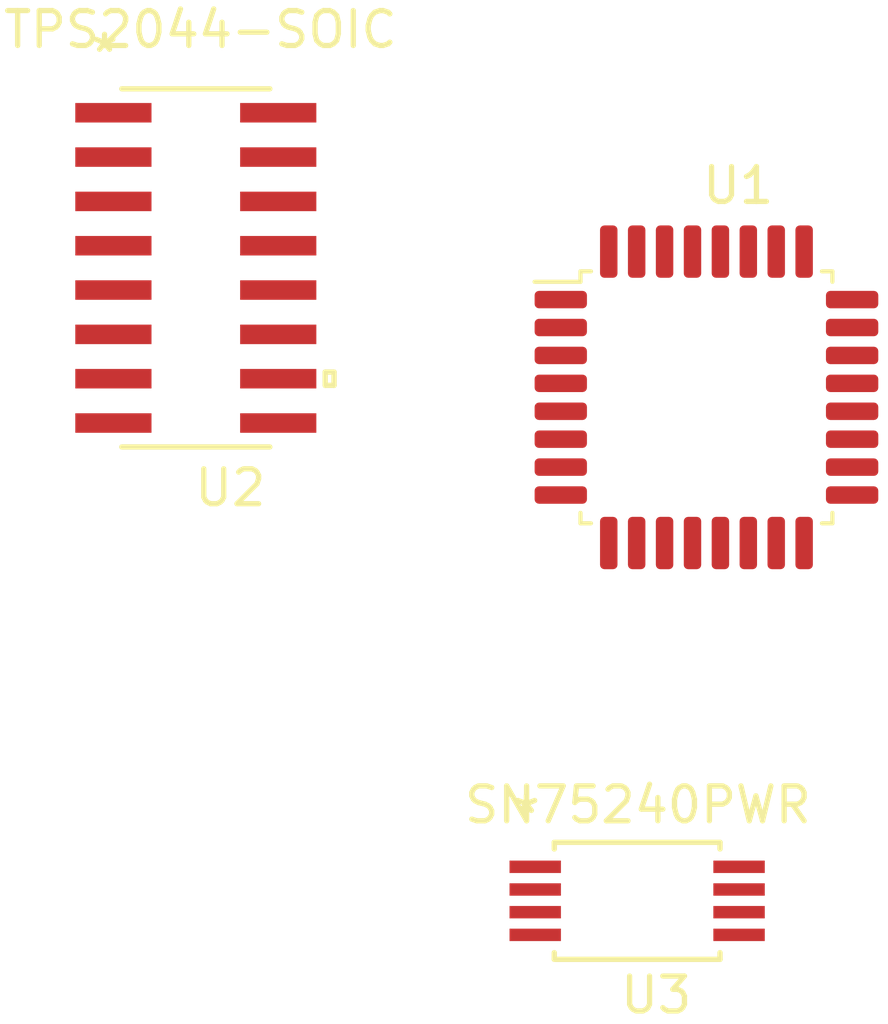
<source format=kicad_pcb>
(kicad_pcb (version 20171130) (host pcbnew "(5.1.0)-1")

  (general
    (thickness 1.6)
    (drawings 0)
    (tracks 0)
    (zones 0)
    (modules 3)
    (nets 1)
  )

  (page A4)
  (layers
    (0 F.Cu signal)
    (31 B.Cu signal)
    (32 B.Adhes user)
    (33 F.Adhes user)
    (34 B.Paste user)
    (35 F.Paste user)
    (36 B.SilkS user)
    (37 F.SilkS user)
    (38 B.Mask user)
    (39 F.Mask user)
    (40 Dwgs.User user)
    (41 Cmts.User user)
    (42 Eco1.User user)
    (43 Eco2.User user)
    (44 Edge.Cuts user)
    (45 Margin user)
    (46 B.CrtYd user)
    (47 F.CrtYd user)
    (48 B.Fab user)
    (49 F.Fab user)
  )

  (setup
    (last_trace_width 0.25)
    (trace_clearance 0.2)
    (zone_clearance 0.508)
    (zone_45_only no)
    (trace_min 0.2)
    (via_size 0.8)
    (via_drill 0.4)
    (via_min_size 0.4)
    (via_min_drill 0.3)
    (uvia_size 0.3)
    (uvia_drill 0.1)
    (uvias_allowed no)
    (uvia_min_size 0.2)
    (uvia_min_drill 0.1)
    (edge_width 0.05)
    (segment_width 0.2)
    (pcb_text_width 0.3)
    (pcb_text_size 1.5 1.5)
    (mod_edge_width 0.12)
    (mod_text_size 1 1)
    (mod_text_width 0.15)
    (pad_size 1.524 1.524)
    (pad_drill 0.762)
    (pad_to_mask_clearance 0.051)
    (solder_mask_min_width 0.25)
    (aux_axis_origin 0 0)
    (visible_elements 7FFFFFFF)
    (pcbplotparams
      (layerselection 0x010fc_ffffffff)
      (usegerberextensions false)
      (usegerberattributes false)
      (usegerberadvancedattributes false)
      (creategerberjobfile false)
      (excludeedgelayer true)
      (linewidth 0.100000)
      (plotframeref false)
      (viasonmask false)
      (mode 1)
      (useauxorigin false)
      (hpglpennumber 1)
      (hpglpenspeed 20)
      (hpglpendiameter 15.000000)
      (psnegative false)
      (psa4output false)
      (plotreference true)
      (plotvalue true)
      (plotinvisibletext false)
      (padsonsilk false)
      (subtractmaskfromsilk false)
      (outputformat 1)
      (mirror false)
      (drillshape 1)
      (scaleselection 1)
      (outputdirectory ""))
  )

  (net 0 "")

  (net_class Default "This is the default net class."
    (clearance 0.2)
    (trace_width 0.25)
    (via_dia 0.8)
    (via_drill 0.4)
    (uvia_dia 0.3)
    (uvia_drill 0.1)
  )

  (module TUSB2046-LQFP:TUSB2046 (layer F.Cu) (tedit 5CE51078) (tstamp 5CE6567F)
    (at 264.6807 136.1948)
    (path /5CE50F96)
    (fp_text reference U1 (at 0.9144 -6.39826) (layer F.SilkS)
      (effects (font (size 1 1) (thickness 0.15)))
    )
    (fp_text value TUSB2046 (at 0.08128 6.0579) (layer F.Fab)
      (effects (font (size 1 1) (thickness 0.15)))
    )
    (fp_text user %R (at 0.00508 -0.3302) (layer F.Fab)
      (effects (font (size 1 1) (thickness 0.15)))
    )
    (fp_line (start 5.18508 2.9698) (end 5.18508 -0.3302) (layer F.CrtYd) (width 0.05))
    (fp_line (start -5.17492 2.9698) (end -5.17492 -0.3302) (layer F.CrtYd) (width 0.05))
    (fp_line (start -5.17492 -3.6302) (end -5.17492 -0.3302) (layer F.CrtYd) (width 0.05))
    (fp_line (start -3.74492 2.9698) (end -5.17492 2.9698) (layer F.CrtYd) (width 0.05))
    (fp_line (start 3.75508 -4.0802) (end 3.75508 -3.6302) (layer F.CrtYd) (width 0.05))
    (fp_line (start -3.29492 -4.0802) (end -3.74492 -4.0802) (layer F.CrtYd) (width 0.05))
    (fp_line (start 3.30508 4.8498) (end 3.30508 3.4198) (layer F.CrtYd) (width 0.05))
    (fp_line (start -3.74492 -4.0802) (end -3.74492 -3.6302) (layer F.CrtYd) (width 0.05))
    (fp_line (start 5.18508 -3.6302) (end 5.18508 -0.3302) (layer F.CrtYd) (width 0.05))
    (fp_line (start 3.75508 2.9698) (end 5.18508 2.9698) (layer F.CrtYd) (width 0.05))
    (fp_line (start 3.30508 3.4198) (end 3.75508 3.4198) (layer F.CrtYd) (width 0.05))
    (fp_line (start 3.75508 -3.6302) (end 5.18508 -3.6302) (layer F.CrtYd) (width 0.05))
    (fp_line (start 3.30508 -4.0802) (end 3.75508 -4.0802) (layer F.CrtYd) (width 0.05))
    (fp_line (start 3.75508 3.4198) (end 3.75508 2.9698) (layer F.CrtYd) (width 0.05))
    (fp_line (start 0.00508 4.8498) (end 3.30508 4.8498) (layer F.CrtYd) (width 0.05))
    (fp_line (start -3.74492 -3.6302) (end -5.17492 -3.6302) (layer F.CrtYd) (width 0.05))
    (fp_line (start -3.74492 3.4198) (end -3.74492 2.9698) (layer F.CrtYd) (width 0.05))
    (fp_line (start 0.00508 4.8498) (end -3.29492 4.8498) (layer F.CrtYd) (width 0.05))
    (fp_line (start 0.00508 -5.5102) (end 3.30508 -5.5102) (layer F.CrtYd) (width 0.05))
    (fp_line (start 3.30508 -5.5102) (end 3.30508 -4.0802) (layer F.CrtYd) (width 0.05))
    (fp_line (start -3.29492 3.4198) (end -3.74492 3.4198) (layer F.CrtYd) (width 0.05))
    (fp_line (start -3.29492 4.8498) (end -3.29492 3.4198) (layer F.CrtYd) (width 0.05))
    (fp_line (start -2.49492 -3.8302) (end 3.50508 -3.8302) (layer F.Fab) (width 0.1))
    (fp_line (start 3.31508 -3.9402) (end 3.61508 -3.9402) (layer F.SilkS) (width 0.12))
    (fp_line (start 0.00508 -5.5102) (end -3.29492 -5.5102) (layer F.CrtYd) (width 0.05))
    (fp_line (start -3.49492 -2.8302) (end -2.49492 -3.8302) (layer F.Fab) (width 0.1))
    (fp_line (start 3.61508 -3.9402) (end 3.61508 -3.6402) (layer F.SilkS) (width 0.12))
    (fp_line (start 3.50508 3.1698) (end -3.49492 3.1698) (layer F.Fab) (width 0.1))
    (fp_line (start 3.50508 -3.8302) (end 3.50508 3.1698) (layer F.Fab) (width 0.1))
    (fp_line (start -3.60492 -3.6402) (end -4.91992 -3.6402) (layer F.SilkS) (width 0.12))
    (fp_line (start -3.60492 -3.9402) (end -3.60492 -3.6402) (layer F.SilkS) (width 0.12))
    (fp_line (start -3.30492 -3.9402) (end -3.60492 -3.9402) (layer F.SilkS) (width 0.12))
    (fp_line (start -3.60492 3.2798) (end -3.60492 2.9798) (layer F.SilkS) (width 0.12))
    (fp_line (start -3.30492 3.2798) (end -3.60492 3.2798) (layer F.SilkS) (width 0.12))
    (fp_line (start 3.61508 3.2798) (end 3.61508 2.9798) (layer F.SilkS) (width 0.12))
    (fp_line (start -3.29492 -5.5102) (end -3.29492 -4.0802) (layer F.CrtYd) (width 0.05))
    (fp_line (start 3.31508 3.2798) (end 3.61508 3.2798) (layer F.SilkS) (width 0.12))
    (fp_line (start -3.49492 3.1698) (end -3.49492 -2.8302) (layer F.Fab) (width 0.1))
    (pad 23 smd roundrect (at 4.18008 -2.3302) (size 1.5 0.5) (layers F.Cu F.Paste F.Mask) (roundrect_rratio 0.25))
    (pad 24 smd roundrect (at 4.18008 -3.1302) (size 1.5 0.5) (layers F.Cu F.Paste F.Mask) (roundrect_rratio 0.25))
    (pad 31 smd roundrect (at -1.99492 -4.5052) (size 0.5 1.5) (layers F.Cu F.Paste F.Mask) (roundrect_rratio 0.25))
    (pad 29 smd roundrect (at -0.39492 -4.5052) (size 0.5 1.5) (layers F.Cu F.Paste F.Mask) (roundrect_rratio 0.25))
    (pad 28 smd roundrect (at 0.40508 -4.5052) (size 0.5 1.5) (layers F.Cu F.Paste F.Mask) (roundrect_rratio 0.25))
    (pad 20 smd roundrect (at 4.18008 0.0698) (size 1.5 0.5) (layers F.Cu F.Paste F.Mask) (roundrect_rratio 0.25))
    (pad 19 smd roundrect (at 4.18008 0.8698) (size 1.5 0.5) (layers F.Cu F.Paste F.Mask) (roundrect_rratio 0.25))
    (pad 26 smd roundrect (at 2.00508 -4.5052) (size 0.5 1.5) (layers F.Cu F.Paste F.Mask) (roundrect_rratio 0.25))
    (pad 21 smd roundrect (at 4.18008 -0.7302) (size 1.5 0.5) (layers F.Cu F.Paste F.Mask) (roundrect_rratio 0.25))
    (pad 17 smd roundrect (at 4.18008 2.4698) (size 1.5 0.5) (layers F.Cu F.Paste F.Mask) (roundrect_rratio 0.25))
    (pad 16 smd roundrect (at 2.80508 3.8448) (size 0.5 1.5) (layers F.Cu F.Paste F.Mask) (roundrect_rratio 0.25))
    (pad 22 smd roundrect (at 4.18008 -1.5302) (size 1.5 0.5) (layers F.Cu F.Paste F.Mask) (roundrect_rratio 0.25))
    (pad 30 smd roundrect (at -1.19492 -4.5052) (size 0.5 1.5) (layers F.Cu F.Paste F.Mask) (roundrect_rratio 0.25))
    (pad 32 smd roundrect (at -2.79492 -4.5052) (size 0.5 1.5) (layers F.Cu F.Paste F.Mask) (roundrect_rratio 0.25))
    (pad 18 smd roundrect (at 4.18008 1.6698) (size 1.5 0.5) (layers F.Cu F.Paste F.Mask) (roundrect_rratio 0.25))
    (pad 27 smd roundrect (at 1.20508 -4.5052) (size 0.5 1.5) (layers F.Cu F.Paste F.Mask) (roundrect_rratio 0.25))
    (pad 25 smd roundrect (at 2.80508 -4.5052) (size 0.5 1.5) (layers F.Cu F.Paste F.Mask) (roundrect_rratio 0.25))
    (pad 5 smd roundrect (at -4.16992 0.0698) (size 1.5 0.5) (layers F.Cu F.Paste F.Mask) (roundrect_rratio 0.25))
    (pad 3 smd roundrect (at -4.16992 -1.5302) (size 1.5 0.5) (layers F.Cu F.Paste F.Mask) (roundrect_rratio 0.25))
    (pad 15 smd roundrect (at 2.00508 3.8448) (size 0.5 1.5) (layers F.Cu F.Paste F.Mask) (roundrect_rratio 0.25))
    (pad 13 smd roundrect (at 0.40508 3.8448) (size 0.5 1.5) (layers F.Cu F.Paste F.Mask) (roundrect_rratio 0.25))
    (pad 14 smd roundrect (at 1.20508 3.8448) (size 0.5 1.5) (layers F.Cu F.Paste F.Mask) (roundrect_rratio 0.25))
    (pad 12 smd roundrect (at -0.39492 3.8448) (size 0.5 1.5) (layers F.Cu F.Paste F.Mask) (roundrect_rratio 0.25))
    (pad 11 smd roundrect (at -1.19492 3.8448) (size 0.5 1.5) (layers F.Cu F.Paste F.Mask) (roundrect_rratio 0.25))
    (pad 7 smd roundrect (at -4.16992 1.6698) (size 1.5 0.5) (layers F.Cu F.Paste F.Mask) (roundrect_rratio 0.25))
    (pad 8 smd roundrect (at -4.16992 2.4698) (size 1.5 0.5) (layers F.Cu F.Paste F.Mask) (roundrect_rratio 0.25))
    (pad 4 smd roundrect (at -4.16992 -0.7302) (size 1.5 0.5) (layers F.Cu F.Paste F.Mask) (roundrect_rratio 0.25))
    (pad 2 smd roundrect (at -4.16992 -2.3302) (size 1.5 0.5) (layers F.Cu F.Paste F.Mask) (roundrect_rratio 0.25))
    (pad 1 smd roundrect (at -4.16992 -3.1302) (size 1.5 0.5) (layers F.Cu F.Paste F.Mask) (roundrect_rratio 0.25))
    (pad 10 smd roundrect (at -1.99492 3.8448) (size 0.5 1.5) (layers F.Cu F.Paste F.Mask) (roundrect_rratio 0.25))
    (pad 9 smd roundrect (at -2.79492 3.8448) (size 0.5 1.5) (layers F.Cu F.Paste F.Mask) (roundrect_rratio 0.25))
    (pad 6 smd roundrect (at -4.16992 0.8698) (size 1.5 0.5) (layers F.Cu F.Paste F.Mask) (roundrect_rratio 0.25))
  )

  (module TPS2044-SOIC:TPS2044BDR (layer F.Cu) (tedit 5CE52D5D) (tstamp 5CE656ED)
    (at 250.0503 132.1562)
    (path /5CE612FA)
    (fp_text reference U2 (at 0.9906 6.30174) (layer F.SilkS)
      (effects (font (size 1 1) (thickness 0.15)))
    )
    (fp_text value TPS2044-SOIC (at 0.13208 -6.82752) (layer F.SilkS)
      (effects (font (size 1 1) (thickness 0.15)))
    )
    (fp_text user "Copyright 2016 Accelerated Designs. All rights reserved." (at 0.23368 1.50368) (layer Cmts.User)
      (effects (font (size 0.127 0.127) (thickness 0.002)))
    )
    (fp_text user * (at -2.6162 -6.1468) (layer F.SilkS)
      (effects (font (size 1 1) (thickness 0.15)))
    )
    (fp_text user * (at -1.6129 -4.9276) (layer F.Fab)
      (effects (font (size 1 1) (thickness 0.15)))
    )
    (fp_line (start -1.9939 -4.191) (end -1.9939 -4.699) (layer F.Fab) (width 0.1524))
    (fp_line (start -1.9939 -4.699) (end -3.0988 -4.699) (layer F.Fab) (width 0.1524))
    (fp_line (start -3.0988 -4.699) (end -3.0988 -4.191) (layer F.Fab) (width 0.1524))
    (fp_line (start -3.0988 -4.191) (end -1.9939 -4.191) (layer F.Fab) (width 0.1524))
    (fp_line (start -1.9939 -2.921) (end -1.9939 -3.429) (layer F.Fab) (width 0.1524))
    (fp_line (start -1.9939 -3.429) (end -3.0988 -3.429) (layer F.Fab) (width 0.1524))
    (fp_line (start -3.0988 -3.429) (end -3.0988 -2.921) (layer F.Fab) (width 0.1524))
    (fp_line (start -3.0988 -2.921) (end -1.9939 -2.921) (layer F.Fab) (width 0.1524))
    (fp_line (start -1.9939 -1.651) (end -1.9939 -2.159) (layer F.Fab) (width 0.1524))
    (fp_line (start -1.9939 -2.159) (end -3.0988 -2.159) (layer F.Fab) (width 0.1524))
    (fp_line (start -3.0988 -2.159) (end -3.0988 -1.651) (layer F.Fab) (width 0.1524))
    (fp_line (start -3.0988 -1.651) (end -1.9939 -1.651) (layer F.Fab) (width 0.1524))
    (fp_line (start -1.9939 -0.381) (end -1.9939 -0.889) (layer F.Fab) (width 0.1524))
    (fp_line (start -1.9939 -0.889) (end -3.0988 -0.889) (layer F.Fab) (width 0.1524))
    (fp_line (start -3.0988 -0.889) (end -3.0988 -0.381) (layer F.Fab) (width 0.1524))
    (fp_line (start -3.0988 -0.381) (end -1.9939 -0.381) (layer F.Fab) (width 0.1524))
    (fp_line (start -1.9939 0.889) (end -1.9939 0.381) (layer F.Fab) (width 0.1524))
    (fp_line (start -1.9939 0.381) (end -3.0988 0.381) (layer F.Fab) (width 0.1524))
    (fp_line (start -3.0988 0.381) (end -3.0988 0.889) (layer F.Fab) (width 0.1524))
    (fp_line (start -3.0988 0.889) (end -1.9939 0.889) (layer F.Fab) (width 0.1524))
    (fp_line (start -1.9939 2.159) (end -1.9939 1.651) (layer F.Fab) (width 0.1524))
    (fp_line (start -1.9939 1.651) (end -3.0988 1.651) (layer F.Fab) (width 0.1524))
    (fp_line (start -3.0988 1.651) (end -3.0988 2.159) (layer F.Fab) (width 0.1524))
    (fp_line (start -3.0988 2.159) (end -1.9939 2.159) (layer F.Fab) (width 0.1524))
    (fp_line (start -1.9939 3.429) (end -1.9939 2.921) (layer F.Fab) (width 0.1524))
    (fp_line (start -1.9939 2.921) (end -3.0988 2.921) (layer F.Fab) (width 0.1524))
    (fp_line (start -3.0988 2.921) (end -3.0988 3.429) (layer F.Fab) (width 0.1524))
    (fp_line (start -3.0988 3.429) (end -1.9939 3.429) (layer F.Fab) (width 0.1524))
    (fp_line (start -1.9939 4.699) (end -1.9939 4.191) (layer F.Fab) (width 0.1524))
    (fp_line (start -1.9939 4.191) (end -3.0988 4.191) (layer F.Fab) (width 0.1524))
    (fp_line (start -3.0988 4.191) (end -3.0988 4.699) (layer F.Fab) (width 0.1524))
    (fp_line (start -3.0988 4.699) (end -1.9939 4.699) (layer F.Fab) (width 0.1524))
    (fp_line (start 1.9939 4.191) (end 1.9939 4.699) (layer F.Fab) (width 0.1524))
    (fp_line (start 1.9939 4.699) (end 3.0988 4.699) (layer F.Fab) (width 0.1524))
    (fp_line (start 3.0988 4.699) (end 3.0988 4.191) (layer F.Fab) (width 0.1524))
    (fp_line (start 3.0988 4.191) (end 1.9939 4.191) (layer F.Fab) (width 0.1524))
    (fp_line (start 1.9939 2.921) (end 1.9939 3.429) (layer F.Fab) (width 0.1524))
    (fp_line (start 1.9939 3.429) (end 3.0988 3.429) (layer F.Fab) (width 0.1524))
    (fp_line (start 3.0988 3.429) (end 3.0988 2.921) (layer F.Fab) (width 0.1524))
    (fp_line (start 3.0988 2.921) (end 1.9939 2.921) (layer F.Fab) (width 0.1524))
    (fp_line (start 1.9939 1.651) (end 1.9939 2.159) (layer F.Fab) (width 0.1524))
    (fp_line (start 1.9939 2.159) (end 3.0988 2.159) (layer F.Fab) (width 0.1524))
    (fp_line (start 3.0988 2.159) (end 3.0988 1.651) (layer F.Fab) (width 0.1524))
    (fp_line (start 3.0988 1.651) (end 1.9939 1.651) (layer F.Fab) (width 0.1524))
    (fp_line (start 1.9939 0.381) (end 1.9939 0.889) (layer F.Fab) (width 0.1524))
    (fp_line (start 1.9939 0.889) (end 3.0988 0.889) (layer F.Fab) (width 0.1524))
    (fp_line (start 3.0988 0.889) (end 3.0988 0.381) (layer F.Fab) (width 0.1524))
    (fp_line (start 3.0988 0.381) (end 1.9939 0.381) (layer F.Fab) (width 0.1524))
    (fp_line (start 1.9939 -0.889) (end 1.9939 -0.381) (layer F.Fab) (width 0.1524))
    (fp_line (start 1.9939 -0.381) (end 3.0988 -0.381) (layer F.Fab) (width 0.1524))
    (fp_line (start 3.0988 -0.381) (end 3.0988 -0.889) (layer F.Fab) (width 0.1524))
    (fp_line (start 3.0988 -0.889) (end 1.9939 -0.889) (layer F.Fab) (width 0.1524))
    (fp_line (start 1.9939 -2.159) (end 1.9939 -1.651) (layer F.Fab) (width 0.1524))
    (fp_line (start 1.9939 -1.651) (end 3.0988 -1.651) (layer F.Fab) (width 0.1524))
    (fp_line (start 3.0988 -1.651) (end 3.0988 -2.159) (layer F.Fab) (width 0.1524))
    (fp_line (start 3.0988 -2.159) (end 1.9939 -2.159) (layer F.Fab) (width 0.1524))
    (fp_line (start 1.9939 -3.429) (end 1.9939 -2.921) (layer F.Fab) (width 0.1524))
    (fp_line (start 1.9939 -2.921) (end 3.0988 -2.921) (layer F.Fab) (width 0.1524))
    (fp_line (start 3.0988 -2.921) (end 3.0988 -3.429) (layer F.Fab) (width 0.1524))
    (fp_line (start 3.0988 -3.429) (end 1.9939 -3.429) (layer F.Fab) (width 0.1524))
    (fp_line (start 1.9939 -4.699) (end 1.9939 -4.191) (layer F.Fab) (width 0.1524))
    (fp_line (start 1.9939 -4.191) (end 3.0988 -4.191) (layer F.Fab) (width 0.1524))
    (fp_line (start 3.0988 -4.191) (end 3.0988 -4.699) (layer F.Fab) (width 0.1524))
    (fp_line (start 3.0988 -4.699) (end 1.9939 -4.699) (layer F.Fab) (width 0.1524))
    (fp_line (start -2.1209 5.1308) (end 2.1209 5.1308) (layer F.SilkS) (width 0.1524))
    (fp_line (start 2.1209 -5.1308) (end -2.1209 -5.1308) (layer F.SilkS) (width 0.1524))
    (fp_line (start -1.9939 5.0038) (end 1.9939 5.0038) (layer F.Fab) (width 0.1524))
    (fp_line (start 1.9939 5.0038) (end 1.9939 -5.0038) (layer F.Fab) (width 0.1524))
    (fp_line (start 1.9939 -5.0038) (end -1.9939 -5.0038) (layer F.Fab) (width 0.1524))
    (fp_line (start -1.9939 -5.0038) (end -1.9939 5.0038) (layer F.Fab) (width 0.1524))
    (fp_line (start 3.9624 2.9845) (end 3.9624 3.3655) (layer F.SilkS) (width 0.1524))
    (fp_line (start 3.9624 3.3655) (end 3.7084 3.3655) (layer F.SilkS) (width 0.1524))
    (fp_line (start 3.7084 3.3655) (end 3.7084 2.9845) (layer F.SilkS) (width 0.1524))
    (fp_line (start 3.7084 2.9845) (end 3.9624 2.9845) (layer F.SilkS) (width 0.1524))
    (fp_line (start -3.7084 4.9784) (end -3.7084 -4.9784) (layer F.CrtYd) (width 0.1524))
    (fp_line (start -3.7084 -4.9784) (end -2.2479 -4.9784) (layer F.CrtYd) (width 0.1524))
    (fp_line (start -2.2479 -4.9784) (end -2.2479 -5.2578) (layer F.CrtYd) (width 0.1524))
    (fp_line (start -2.2479 -5.2578) (end 2.2479 -5.2578) (layer F.CrtYd) (width 0.1524))
    (fp_line (start 2.2479 -5.2578) (end 2.2479 -4.9784) (layer F.CrtYd) (width 0.1524))
    (fp_line (start 2.2479 -4.9784) (end 3.7084 -4.9784) (layer F.CrtYd) (width 0.1524))
    (fp_line (start 3.7084 -4.9784) (end 3.7084 4.9784) (layer F.CrtYd) (width 0.1524))
    (fp_line (start 3.7084 4.9784) (end 2.2479 4.9784) (layer F.CrtYd) (width 0.1524))
    (fp_line (start 2.2479 4.9784) (end 2.2479 5.2578) (layer F.CrtYd) (width 0.1524))
    (fp_line (start 2.2479 5.2578) (end -2.2479 5.2578) (layer F.CrtYd) (width 0.1524))
    (fp_line (start -2.2479 5.2578) (end -2.2479 4.9784) (layer F.CrtYd) (width 0.1524))
    (fp_line (start -2.2479 4.9784) (end -3.7084 4.9784) (layer F.CrtYd) (width 0.1524))
    (fp_arc (start 0 -5.0038) (end 0.3048 -5.0038) (angle 180) (layer F.Fab) (width 0.1524))
    (pad 1 smd rect (at -2.3622 -4.445) (size 2.1844 0.5588) (layers F.Cu F.Paste F.Mask))
    (pad 2 smd rect (at -2.3622 -3.175) (size 2.1844 0.5588) (layers F.Cu F.Paste F.Mask))
    (pad 3 smd rect (at -2.3622 -1.905) (size 2.1844 0.5588) (layers F.Cu F.Paste F.Mask))
    (pad 4 smd rect (at -2.3622 -0.635) (size 2.1844 0.5588) (layers F.Cu F.Paste F.Mask))
    (pad 5 smd rect (at -2.3622 0.635) (size 2.1844 0.5588) (layers F.Cu F.Paste F.Mask))
    (pad 6 smd rect (at -2.3622 1.905) (size 2.1844 0.5588) (layers F.Cu F.Paste F.Mask))
    (pad 7 smd rect (at -2.3622 3.175) (size 2.1844 0.5588) (layers F.Cu F.Paste F.Mask))
    (pad 8 smd rect (at -2.3622 4.445) (size 2.1844 0.5588) (layers F.Cu F.Paste F.Mask))
    (pad 9 smd rect (at 2.3622 4.445) (size 2.1844 0.5588) (layers F.Cu F.Paste F.Mask))
    (pad 10 smd rect (at 2.3622 3.175) (size 2.1844 0.5588) (layers F.Cu F.Paste F.Mask))
    (pad 11 smd rect (at 2.3622 1.905) (size 2.1844 0.5588) (layers F.Cu F.Paste F.Mask))
    (pad 12 smd rect (at 2.3622 0.635) (size 2.1844 0.5588) (layers F.Cu F.Paste F.Mask))
    (pad 13 smd rect (at 2.3622 -0.635) (size 2.1844 0.5588) (layers F.Cu F.Paste F.Mask))
    (pad 14 smd rect (at 2.3622 -1.905) (size 2.1844 0.5588) (layers F.Cu F.Paste F.Mask))
    (pad 15 smd rect (at 2.3622 -3.175) (size 2.1844 0.5588) (layers F.Cu F.Paste F.Mask))
    (pad 16 smd rect (at 2.3622 -4.445) (size 2.1844 0.5588) (layers F.Cu F.Paste F.Mask))
  )

  (module SN75240PWR:SN75240PWR (layer F.Cu) (tedit 5CE53C71) (tstamp 5CE65733)
    (at 262.6995 150.2918)
    (path /5CE6317A)
    (fp_text reference U3 (at 0.5461 2.70002) (layer F.SilkS)
      (effects (font (size 1 1) (thickness 0.15)))
    )
    (fp_text value SN75240PWR (at 0.02286 -2.74828) (layer F.SilkS)
      (effects (font (size 1 1) (thickness 0.15)))
    )
    (fp_text user "Copyright 2016 Accelerated Designs. All rights reserved." (at 0 0) (layer Cmts.User)
      (effects (font (size 0.127 0.127) (thickness 0.002)))
    )
    (fp_text user * (at -3.175 -2.4736) (layer F.SilkS)
      (effects (font (size 1 1) (thickness 0.15)))
    )
    (fp_text user * (at -1.8669 -1.4732) (layer F.Fab)
      (effects (font (size 1 1) (thickness 0.15)))
    )
    (fp_line (start -2.2479 -0.8226) (end -2.2479 -1.1274) (layer F.Fab) (width 0.1524))
    (fp_line (start -2.2479 -1.1274) (end -3.302 -1.1274) (layer F.Fab) (width 0.1524))
    (fp_line (start -3.302 -1.1274) (end -3.302 -0.8226) (layer F.Fab) (width 0.1524))
    (fp_line (start -3.302 -0.8226) (end -2.2479 -0.8226) (layer F.Fab) (width 0.1524))
    (fp_line (start -2.2479 -0.1726) (end -2.2479 -0.4774) (layer F.Fab) (width 0.1524))
    (fp_line (start -2.2479 -0.4774) (end -3.302 -0.4774) (layer F.Fab) (width 0.1524))
    (fp_line (start -3.302 -0.4774) (end -3.302 -0.1726) (layer F.Fab) (width 0.1524))
    (fp_line (start -3.302 -0.1726) (end -2.2479 -0.1726) (layer F.Fab) (width 0.1524))
    (fp_line (start -2.2479 0.4774) (end -2.2479 0.1726) (layer F.Fab) (width 0.1524))
    (fp_line (start -2.2479 0.1726) (end -3.302 0.1726) (layer F.Fab) (width 0.1524))
    (fp_line (start -3.302 0.1726) (end -3.302 0.4774) (layer F.Fab) (width 0.1524))
    (fp_line (start -3.302 0.4774) (end -2.2479 0.4774) (layer F.Fab) (width 0.1524))
    (fp_line (start -2.2479 1.1274) (end -2.2479 0.8226) (layer F.Fab) (width 0.1524))
    (fp_line (start -2.2479 0.8226) (end -3.302 0.8226) (layer F.Fab) (width 0.1524))
    (fp_line (start -3.302 0.8226) (end -3.302 1.1274) (layer F.Fab) (width 0.1524))
    (fp_line (start -3.302 1.1274) (end -2.2479 1.1274) (layer F.Fab) (width 0.1524))
    (fp_line (start 2.2479 0.8226) (end 2.2479 1.1274) (layer F.Fab) (width 0.1524))
    (fp_line (start 2.2479 1.1274) (end 3.302 1.1274) (layer F.Fab) (width 0.1524))
    (fp_line (start 3.302 1.1274) (end 3.302 0.8226) (layer F.Fab) (width 0.1524))
    (fp_line (start 3.302 0.8226) (end 2.2479 0.8226) (layer F.Fab) (width 0.1524))
    (fp_line (start 2.2479 0.1726) (end 2.2479 0.4774) (layer F.Fab) (width 0.1524))
    (fp_line (start 2.2479 0.4774) (end 3.302 0.4774) (layer F.Fab) (width 0.1524))
    (fp_line (start 3.302 0.4774) (end 3.302 0.1726) (layer F.Fab) (width 0.1524))
    (fp_line (start 3.302 0.1726) (end 2.2479 0.1726) (layer F.Fab) (width 0.1524))
    (fp_line (start 2.2479 -0.4774) (end 2.2479 -0.1726) (layer F.Fab) (width 0.1524))
    (fp_line (start 2.2479 -0.1726) (end 3.302 -0.1726) (layer F.Fab) (width 0.1524))
    (fp_line (start 3.302 -0.1726) (end 3.302 -0.4774) (layer F.Fab) (width 0.1524))
    (fp_line (start 3.302 -0.4774) (end 2.2479 -0.4774) (layer F.Fab) (width 0.1524))
    (fp_line (start 2.2479 -1.1274) (end 2.2479 -0.8226) (layer F.Fab) (width 0.1524))
    (fp_line (start 2.2479 -0.8226) (end 3.302 -0.8226) (layer F.Fab) (width 0.1524))
    (fp_line (start 3.302 -0.8226) (end 3.302 -1.1274) (layer F.Fab) (width 0.1524))
    (fp_line (start 3.302 -1.1274) (end 2.2479 -1.1274) (layer F.Fab) (width 0.1524))
    (fp_line (start -2.3749 1.6764) (end 2.3749 1.6764) (layer F.SilkS) (width 0.1524))
    (fp_line (start 2.3749 1.6764) (end 2.3749 1.485539) (layer F.SilkS) (width 0.1524))
    (fp_line (start 2.3749 -1.6764) (end -2.3749 -1.6764) (layer F.SilkS) (width 0.1524))
    (fp_line (start -2.3749 -1.6764) (end -2.3749 -1.485539) (layer F.SilkS) (width 0.1524))
    (fp_line (start -2.2479 1.5494) (end 2.2479 1.5494) (layer F.Fab) (width 0.1524))
    (fp_line (start 2.2479 1.5494) (end 2.2479 -1.5494) (layer F.Fab) (width 0.1524))
    (fp_line (start 2.2479 -1.5494) (end -2.2479 -1.5494) (layer F.Fab) (width 0.1524))
    (fp_line (start -2.2479 -1.5494) (end -2.2479 1.5494) (layer F.Fab) (width 0.1524))
    (fp_line (start -2.3749 1.485539) (end -2.3749 1.6764) (layer F.SilkS) (width 0.1524))
    (fp_line (start 2.3749 -1.485539) (end 2.3749 -1.6764) (layer F.SilkS) (width 0.1524))
    (fp_line (start -3.9116 1.4068) (end -3.9116 -1.4068) (layer F.CrtYd) (width 0.1524))
    (fp_line (start -3.9116 -1.4068) (end -2.5019 -1.4068) (layer F.CrtYd) (width 0.1524))
    (fp_line (start -2.5019 -1.4068) (end -2.5019 -1.8034) (layer F.CrtYd) (width 0.1524))
    (fp_line (start -2.5019 -1.8034) (end 2.5019 -1.8034) (layer F.CrtYd) (width 0.1524))
    (fp_line (start 2.5019 -1.8034) (end 2.5019 -1.4068) (layer F.CrtYd) (width 0.1524))
    (fp_line (start 2.5019 -1.4068) (end 3.9116 -1.4068) (layer F.CrtYd) (width 0.1524))
    (fp_line (start 3.9116 -1.4068) (end 3.9116 1.4068) (layer F.CrtYd) (width 0.1524))
    (fp_line (start 3.9116 1.4068) (end 2.5019 1.4068) (layer F.CrtYd) (width 0.1524))
    (fp_line (start 2.5019 1.4068) (end 2.5019 1.8034) (layer F.CrtYd) (width 0.1524))
    (fp_line (start 2.5019 1.8034) (end -2.5019 1.8034) (layer F.CrtYd) (width 0.1524))
    (fp_line (start -2.5019 1.8034) (end -2.5019 1.4068) (layer F.CrtYd) (width 0.1524))
    (fp_line (start -2.5019 1.4068) (end -3.9116 1.4068) (layer F.CrtYd) (width 0.1524))
    (fp_arc (start 0 -1.5494) (end 0.3048 -1.5494) (angle 180) (layer F.Fab) (width 0.1524))
    (pad 1 smd rect (at -2.921 -0.974999) (size 1.4732 0.3556) (layers F.Cu F.Paste F.Mask))
    (pad 2 smd rect (at -2.921 -0.325001) (size 1.4732 0.3556) (layers F.Cu F.Paste F.Mask))
    (pad 3 smd rect (at -2.921 0.325001) (size 1.4732 0.3556) (layers F.Cu F.Paste F.Mask))
    (pad 4 smd rect (at -2.921 0.974999) (size 1.4732 0.3556) (layers F.Cu F.Paste F.Mask))
    (pad 5 smd rect (at 2.921 0.974999) (size 1.4732 0.3556) (layers F.Cu F.Paste F.Mask))
    (pad 6 smd rect (at 2.921 0.325001) (size 1.4732 0.3556) (layers F.Cu F.Paste F.Mask))
    (pad 7 smd rect (at 2.921 -0.325001) (size 1.4732 0.3556) (layers F.Cu F.Paste F.Mask))
    (pad 8 smd rect (at 2.921 -0.974999) (size 1.4732 0.3556) (layers F.Cu F.Paste F.Mask))
  )

)

</source>
